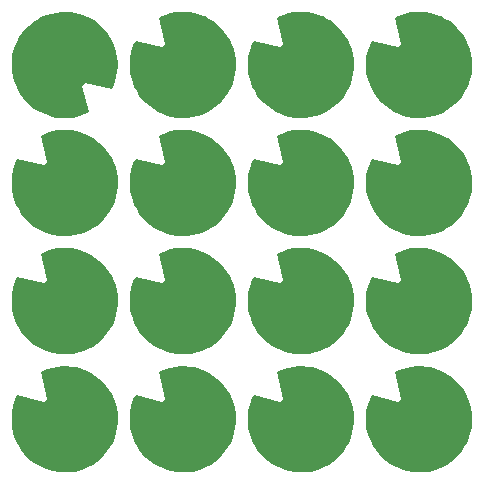
<source format=gts>
%TF.GenerationSoftware,KiCad,Pcbnew,8.0.8*%
%TF.CreationDate,2025-02-13T16:24:07+00:00*%
%TF.ProjectId,ec30_4x4_jacplane_0.1,65633330-5f34-4783-945f-6a6163706c61,v0.1*%
%TF.SameCoordinates,PX8b3c880PY623a7c0*%
%TF.FileFunction,Soldermask,Top*%
%TF.FilePolarity,Negative*%
%FSLAX46Y46*%
G04 Gerber Fmt 4.6, Leading zero omitted, Abs format (unit mm)*
G04 Created by KiCad (PCBNEW 8.0.8) date 2025-02-13 16:24:07*
%MOMM*%
%LPD*%
G01*
G04 APERTURE LIST*
%ADD10C,0.000000*%
%ADD11C,2.930000*%
G04 APERTURE END LIST*
D10*
%TO.C,J11*%
G36*
X5629144Y-538389D02*
G01*
X6046302Y-617415D01*
X6454170Y-735356D01*
X6849125Y-891164D01*
X7227662Y-1083455D01*
X7586418Y-1310523D01*
X7922209Y-1570350D01*
X8232052Y-1860631D01*
X8513198Y-2178787D01*
X8763148Y-2521993D01*
X8979685Y-2887202D01*
X9160884Y-3271172D01*
X9305138Y-3670492D01*
X9411165Y-4081618D01*
X9478024Y-4500898D01*
X9505122Y-4924609D01*
X9492217Y-5348990D01*
X9439424Y-5770273D01*
X9347212Y-6184715D01*
X9216400Y-6588639D01*
X9048150Y-6978456D01*
X8843954Y-7350706D01*
X8605627Y-7702084D01*
X8335285Y-8029468D01*
X8035327Y-8329954D01*
X7708418Y-8600871D01*
X7357460Y-8839815D01*
X6985570Y-9044665D01*
X6596049Y-9213600D01*
X6192356Y-9345122D01*
X5778076Y-9438062D01*
X5356887Y-9491595D01*
X4932529Y-9505246D01*
X4508771Y-9478894D01*
X4089374Y-9412772D01*
X3678063Y-9307467D01*
X3278489Y-9163916D01*
X2894202Y-8983391D01*
X2528613Y-8767497D01*
X2184967Y-8518150D01*
X1866318Y-8237565D01*
X1575493Y-7928232D01*
X1315076Y-7592898D01*
X1087378Y-7234541D01*
X894421Y-6856344D01*
X737920Y-6461663D01*
X619262Y-6054003D01*
X539503Y-5636985D01*
X499349Y-5214311D01*
X499158Y-4789733D01*
X538932Y-4367023D01*
X618317Y-3949933D01*
X736608Y-3542167D01*
X892755Y-3147346D01*
X1000000Y-2950000D01*
X3250000Y-3500000D01*
X3500000Y-3250000D01*
X2950000Y-1000000D01*
X3140130Y-896017D01*
X3534677Y-739176D01*
X3942234Y-620168D01*
X4359184Y-540051D01*
X4781823Y-499534D01*
X5206400Y-498978D01*
X5629144Y-538389D01*
G37*
%TO.C,J1*%
G36*
X-14508771Y19478894D02*
G01*
X-14089374Y19412772D01*
X-13678063Y19307467D01*
X-13278489Y19163916D01*
X-12894202Y18983391D01*
X-12528613Y18767497D01*
X-12184967Y18518150D01*
X-11866318Y18237565D01*
X-11575493Y17928232D01*
X-11315076Y17592898D01*
X-11087378Y17234541D01*
X-10894421Y16856344D01*
X-10737920Y16461663D01*
X-10619262Y16054003D01*
X-10539503Y15636985D01*
X-10499349Y15214311D01*
X-10499158Y14789733D01*
X-10538932Y14367023D01*
X-10618317Y13949933D01*
X-10736608Y13542167D01*
X-10892755Y13147346D01*
X-11000000Y12950000D01*
X-13250000Y13500000D01*
X-13500000Y13250000D01*
X-12950000Y11000000D01*
X-13140130Y10896017D01*
X-13534677Y10739176D01*
X-13942234Y10620168D01*
X-14359184Y10540051D01*
X-14781823Y10499534D01*
X-15206400Y10498978D01*
X-15629144Y10538389D01*
X-16046302Y10617415D01*
X-16454170Y10735356D01*
X-16849125Y10891164D01*
X-17227662Y11083455D01*
X-17586418Y11310523D01*
X-17922209Y11570350D01*
X-18232052Y11860631D01*
X-18513198Y12178787D01*
X-18763148Y12521993D01*
X-18979685Y12887202D01*
X-19160884Y13271172D01*
X-19305138Y13670492D01*
X-19411165Y14081618D01*
X-19478024Y14500898D01*
X-19505122Y14924609D01*
X-19492217Y15348990D01*
X-19439424Y15770273D01*
X-19347212Y16184715D01*
X-19216400Y16588639D01*
X-19048150Y16978456D01*
X-18843954Y17350706D01*
X-18605627Y17702084D01*
X-18335285Y18029468D01*
X-18035327Y18329954D01*
X-17708418Y18600871D01*
X-17357460Y18839815D01*
X-16985570Y19044665D01*
X-16596049Y19213600D01*
X-16192356Y19345122D01*
X-15778076Y19438062D01*
X-15356887Y19491595D01*
X-14932529Y19505246D01*
X-14508771Y19478894D01*
G37*
%TO.C,J10*%
G36*
X-4370856Y-538389D02*
G01*
X-3953698Y-617415D01*
X-3545830Y-735356D01*
X-3150875Y-891164D01*
X-2772338Y-1083455D01*
X-2413582Y-1310523D01*
X-2077791Y-1570350D01*
X-1767948Y-1860631D01*
X-1486802Y-2178787D01*
X-1236852Y-2521993D01*
X-1020315Y-2887202D01*
X-839116Y-3271172D01*
X-694862Y-3670492D01*
X-588835Y-4081618D01*
X-521976Y-4500898D01*
X-494878Y-4924609D01*
X-507783Y-5348990D01*
X-560576Y-5770273D01*
X-652788Y-6184715D01*
X-783600Y-6588639D01*
X-951850Y-6978456D01*
X-1156046Y-7350706D01*
X-1394373Y-7702084D01*
X-1664715Y-8029468D01*
X-1964673Y-8329954D01*
X-2291582Y-8600871D01*
X-2642540Y-8839815D01*
X-3014430Y-9044665D01*
X-3403951Y-9213600D01*
X-3807644Y-9345122D01*
X-4221924Y-9438062D01*
X-4643113Y-9491595D01*
X-5067471Y-9505246D01*
X-5491229Y-9478894D01*
X-5910626Y-9412772D01*
X-6321937Y-9307467D01*
X-6721511Y-9163916D01*
X-7105798Y-8983391D01*
X-7471387Y-8767497D01*
X-7815033Y-8518150D01*
X-8133682Y-8237565D01*
X-8424507Y-7928232D01*
X-8684924Y-7592898D01*
X-8912622Y-7234541D01*
X-9105579Y-6856344D01*
X-9262080Y-6461663D01*
X-9380738Y-6054003D01*
X-9460497Y-5636985D01*
X-9500651Y-5214311D01*
X-9500842Y-4789733D01*
X-9461068Y-4367023D01*
X-9381683Y-3949933D01*
X-9263392Y-3542167D01*
X-9107245Y-3147346D01*
X-9000000Y-2950000D01*
X-6750000Y-3500000D01*
X-6500000Y-3250000D01*
X-7050000Y-1000000D01*
X-6859870Y-896017D01*
X-6465323Y-739176D01*
X-6057766Y-620168D01*
X-5640816Y-540051D01*
X-5218177Y-499534D01*
X-4793600Y-498978D01*
X-4370856Y-538389D01*
G37*
%TO.C,J6*%
G36*
X-4370856Y9461611D02*
G01*
X-3953698Y9382585D01*
X-3545830Y9264644D01*
X-3150875Y9108836D01*
X-2772338Y8916545D01*
X-2413582Y8689477D01*
X-2077791Y8429650D01*
X-1767948Y8139369D01*
X-1486802Y7821213D01*
X-1236852Y7478007D01*
X-1020315Y7112798D01*
X-839116Y6728828D01*
X-694862Y6329508D01*
X-588835Y5918382D01*
X-521976Y5499102D01*
X-494878Y5075391D01*
X-507783Y4651010D01*
X-560576Y4229727D01*
X-652788Y3815285D01*
X-783600Y3411361D01*
X-951850Y3021544D01*
X-1156046Y2649294D01*
X-1394373Y2297916D01*
X-1664715Y1970532D01*
X-1964673Y1670046D01*
X-2291582Y1399129D01*
X-2642540Y1160185D01*
X-3014430Y955335D01*
X-3403951Y786400D01*
X-3807644Y654878D01*
X-4221924Y561938D01*
X-4643113Y508405D01*
X-5067471Y494754D01*
X-5491229Y521106D01*
X-5910626Y587228D01*
X-6321937Y692533D01*
X-6721511Y836084D01*
X-7105798Y1016609D01*
X-7471387Y1232503D01*
X-7815033Y1481850D01*
X-8133682Y1762435D01*
X-8424507Y2071768D01*
X-8684924Y2407102D01*
X-8912622Y2765459D01*
X-9105579Y3143656D01*
X-9262080Y3538337D01*
X-9380738Y3945997D01*
X-9460497Y4363015D01*
X-9500651Y4785689D01*
X-9500842Y5210267D01*
X-9461068Y5632977D01*
X-9381683Y6050067D01*
X-9263392Y6457833D01*
X-9107245Y6852654D01*
X-9000000Y7050000D01*
X-6750000Y6500000D01*
X-6500000Y6750000D01*
X-7050000Y9000000D01*
X-6859870Y9103983D01*
X-6465323Y9260824D01*
X-6057766Y9379832D01*
X-5640816Y9459949D01*
X-5218177Y9500466D01*
X-4793600Y9501022D01*
X-4370856Y9461611D01*
G37*
%TO.C,J16*%
G36*
X15629144Y-10538389D02*
G01*
X16046302Y-10617415D01*
X16454170Y-10735356D01*
X16849125Y-10891164D01*
X17227662Y-11083455D01*
X17586418Y-11310523D01*
X17922209Y-11570350D01*
X18232052Y-11860631D01*
X18513198Y-12178787D01*
X18763148Y-12521993D01*
X18979685Y-12887202D01*
X19160884Y-13271172D01*
X19305138Y-13670492D01*
X19411165Y-14081618D01*
X19478024Y-14500898D01*
X19505122Y-14924609D01*
X19492217Y-15348990D01*
X19439424Y-15770273D01*
X19347212Y-16184715D01*
X19216400Y-16588639D01*
X19048150Y-16978456D01*
X18843954Y-17350706D01*
X18605627Y-17702084D01*
X18335285Y-18029468D01*
X18035327Y-18329954D01*
X17708418Y-18600871D01*
X17357460Y-18839815D01*
X16985570Y-19044665D01*
X16596049Y-19213600D01*
X16192356Y-19345122D01*
X15778076Y-19438062D01*
X15356887Y-19491595D01*
X14932529Y-19505246D01*
X14508771Y-19478894D01*
X14089374Y-19412772D01*
X13678063Y-19307467D01*
X13278489Y-19163916D01*
X12894202Y-18983391D01*
X12528613Y-18767497D01*
X12184967Y-18518150D01*
X11866318Y-18237565D01*
X11575493Y-17928232D01*
X11315076Y-17592898D01*
X11087378Y-17234541D01*
X10894421Y-16856344D01*
X10737920Y-16461663D01*
X10619262Y-16054003D01*
X10539503Y-15636985D01*
X10499349Y-15214311D01*
X10499158Y-14789733D01*
X10538932Y-14367023D01*
X10618317Y-13949933D01*
X10736608Y-13542167D01*
X10892755Y-13147346D01*
X11000000Y-12950000D01*
X13250000Y-13500000D01*
X13500000Y-13250000D01*
X12950000Y-11000000D01*
X13140130Y-10896017D01*
X13534677Y-10739176D01*
X13942234Y-10620168D01*
X14359184Y-10540051D01*
X14781823Y-10499534D01*
X15206400Y-10498978D01*
X15629144Y-10538389D01*
G37*
%TO.C,J14*%
G36*
X-4370856Y-10538389D02*
G01*
X-3953698Y-10617415D01*
X-3545830Y-10735356D01*
X-3150875Y-10891164D01*
X-2772338Y-11083455D01*
X-2413582Y-11310523D01*
X-2077791Y-11570350D01*
X-1767948Y-11860631D01*
X-1486802Y-12178787D01*
X-1236852Y-12521993D01*
X-1020315Y-12887202D01*
X-839116Y-13271172D01*
X-694862Y-13670492D01*
X-588835Y-14081618D01*
X-521976Y-14500898D01*
X-494878Y-14924609D01*
X-507783Y-15348990D01*
X-560576Y-15770273D01*
X-652788Y-16184715D01*
X-783600Y-16588639D01*
X-951850Y-16978456D01*
X-1156046Y-17350706D01*
X-1394373Y-17702084D01*
X-1664715Y-18029468D01*
X-1964673Y-18329954D01*
X-2291582Y-18600871D01*
X-2642540Y-18839815D01*
X-3014430Y-19044665D01*
X-3403951Y-19213600D01*
X-3807644Y-19345122D01*
X-4221924Y-19438062D01*
X-4643113Y-19491595D01*
X-5067471Y-19505246D01*
X-5491229Y-19478894D01*
X-5910626Y-19412772D01*
X-6321937Y-19307467D01*
X-6721511Y-19163916D01*
X-7105798Y-18983391D01*
X-7471387Y-18767497D01*
X-7815033Y-18518150D01*
X-8133682Y-18237565D01*
X-8424507Y-17928232D01*
X-8684924Y-17592898D01*
X-8912622Y-17234541D01*
X-9105579Y-16856344D01*
X-9262080Y-16461663D01*
X-9380738Y-16054003D01*
X-9460497Y-15636985D01*
X-9500651Y-15214311D01*
X-9500842Y-14789733D01*
X-9461068Y-14367023D01*
X-9381683Y-13949933D01*
X-9263392Y-13542167D01*
X-9107245Y-13147346D01*
X-9000000Y-12950000D01*
X-6750000Y-13500000D01*
X-6500000Y-13250000D01*
X-7050000Y-11000000D01*
X-6859870Y-10896017D01*
X-6465323Y-10739176D01*
X-6057766Y-10620168D01*
X-5640816Y-10540051D01*
X-5218177Y-10499534D01*
X-4793600Y-10498978D01*
X-4370856Y-10538389D01*
G37*
%TO.C,J2*%
G36*
X-4370856Y19461611D02*
G01*
X-3953698Y19382585D01*
X-3545830Y19264644D01*
X-3150875Y19108836D01*
X-2772338Y18916545D01*
X-2413582Y18689477D01*
X-2077791Y18429650D01*
X-1767948Y18139369D01*
X-1486802Y17821213D01*
X-1236852Y17478007D01*
X-1020315Y17112798D01*
X-839116Y16728828D01*
X-694862Y16329508D01*
X-588835Y15918382D01*
X-521976Y15499102D01*
X-494878Y15075391D01*
X-507783Y14651010D01*
X-560576Y14229727D01*
X-652788Y13815285D01*
X-783600Y13411361D01*
X-951850Y13021544D01*
X-1156046Y12649294D01*
X-1394373Y12297916D01*
X-1664715Y11970532D01*
X-1964673Y11670046D01*
X-2291582Y11399129D01*
X-2642540Y11160185D01*
X-3014430Y10955335D01*
X-3403951Y10786400D01*
X-3807644Y10654878D01*
X-4221924Y10561938D01*
X-4643113Y10508405D01*
X-5067471Y10494754D01*
X-5491229Y10521106D01*
X-5910626Y10587228D01*
X-6321937Y10692533D01*
X-6721511Y10836084D01*
X-7105798Y11016609D01*
X-7471387Y11232503D01*
X-7815033Y11481850D01*
X-8133682Y11762435D01*
X-8424507Y12071768D01*
X-8684924Y12407102D01*
X-8912622Y12765459D01*
X-9105579Y13143656D01*
X-9262080Y13538337D01*
X-9380738Y13945997D01*
X-9460497Y14363015D01*
X-9500651Y14785689D01*
X-9500842Y15210267D01*
X-9461068Y15632977D01*
X-9381683Y16050067D01*
X-9263392Y16457833D01*
X-9107245Y16852654D01*
X-9000000Y17050000D01*
X-6750000Y16500000D01*
X-6500000Y16750000D01*
X-7050000Y19000000D01*
X-6859870Y19103983D01*
X-6465323Y19260824D01*
X-6057766Y19379832D01*
X-5640816Y19459949D01*
X-5218177Y19500466D01*
X-4793600Y19501022D01*
X-4370856Y19461611D01*
G37*
%TO.C,J8*%
G36*
X15629144Y9461611D02*
G01*
X16046302Y9382585D01*
X16454170Y9264644D01*
X16849125Y9108836D01*
X17227662Y8916545D01*
X17586418Y8689477D01*
X17922209Y8429650D01*
X18232052Y8139369D01*
X18513198Y7821213D01*
X18763148Y7478007D01*
X18979685Y7112798D01*
X19160884Y6728828D01*
X19305138Y6329508D01*
X19411165Y5918382D01*
X19478024Y5499102D01*
X19505122Y5075391D01*
X19492217Y4651010D01*
X19439424Y4229727D01*
X19347212Y3815285D01*
X19216400Y3411361D01*
X19048150Y3021544D01*
X18843954Y2649294D01*
X18605627Y2297916D01*
X18335285Y1970532D01*
X18035327Y1670046D01*
X17708418Y1399129D01*
X17357460Y1160185D01*
X16985570Y955335D01*
X16596049Y786400D01*
X16192356Y654878D01*
X15778076Y561938D01*
X15356887Y508405D01*
X14932529Y494754D01*
X14508771Y521106D01*
X14089374Y587228D01*
X13678063Y692533D01*
X13278489Y836084D01*
X12894202Y1016609D01*
X12528613Y1232503D01*
X12184967Y1481850D01*
X11866318Y1762435D01*
X11575493Y2071768D01*
X11315076Y2407102D01*
X11087378Y2765459D01*
X10894421Y3143656D01*
X10737920Y3538337D01*
X10619262Y3945997D01*
X10539503Y4363015D01*
X10499349Y4785689D01*
X10499158Y5210267D01*
X10538932Y5632977D01*
X10618317Y6050067D01*
X10736608Y6457833D01*
X10892755Y6852654D01*
X11000000Y7050000D01*
X13250000Y6500000D01*
X13500000Y6750000D01*
X12950000Y9000000D01*
X13140130Y9103983D01*
X13534677Y9260824D01*
X13942234Y9379832D01*
X14359184Y9459949D01*
X14781823Y9500466D01*
X15206400Y9501022D01*
X15629144Y9461611D01*
G37*
%TO.C,J3*%
G36*
X5629144Y19461611D02*
G01*
X6046302Y19382585D01*
X6454170Y19264644D01*
X6849125Y19108836D01*
X7227662Y18916545D01*
X7586418Y18689477D01*
X7922209Y18429650D01*
X8232052Y18139369D01*
X8513198Y17821213D01*
X8763148Y17478007D01*
X8979685Y17112798D01*
X9160884Y16728828D01*
X9305138Y16329508D01*
X9411165Y15918382D01*
X9478024Y15499102D01*
X9505122Y15075391D01*
X9492217Y14651010D01*
X9439424Y14229727D01*
X9347212Y13815285D01*
X9216400Y13411361D01*
X9048150Y13021544D01*
X8843954Y12649294D01*
X8605627Y12297916D01*
X8335285Y11970532D01*
X8035327Y11670046D01*
X7708418Y11399129D01*
X7357460Y11160185D01*
X6985570Y10955335D01*
X6596049Y10786400D01*
X6192356Y10654878D01*
X5778076Y10561938D01*
X5356887Y10508405D01*
X4932529Y10494754D01*
X4508771Y10521106D01*
X4089374Y10587228D01*
X3678063Y10692533D01*
X3278489Y10836084D01*
X2894202Y11016609D01*
X2528613Y11232503D01*
X2184967Y11481850D01*
X1866318Y11762435D01*
X1575493Y12071768D01*
X1315076Y12407102D01*
X1087378Y12765459D01*
X894421Y13143656D01*
X737920Y13538337D01*
X619262Y13945997D01*
X539503Y14363015D01*
X499349Y14785689D01*
X499158Y15210267D01*
X538932Y15632977D01*
X618317Y16050067D01*
X736608Y16457833D01*
X892755Y16852654D01*
X1000000Y17050000D01*
X3250000Y16500000D01*
X3500000Y16750000D01*
X2950000Y19000000D01*
X3140130Y19103983D01*
X3534677Y19260824D01*
X3942234Y19379832D01*
X4359184Y19459949D01*
X4781823Y19500466D01*
X5206400Y19501022D01*
X5629144Y19461611D01*
G37*
%TO.C,J4*%
G36*
X15629144Y19461611D02*
G01*
X16046302Y19382585D01*
X16454170Y19264644D01*
X16849125Y19108836D01*
X17227662Y18916545D01*
X17586418Y18689477D01*
X17922209Y18429650D01*
X18232052Y18139369D01*
X18513198Y17821213D01*
X18763148Y17478007D01*
X18979685Y17112798D01*
X19160884Y16728828D01*
X19305138Y16329508D01*
X19411165Y15918382D01*
X19478024Y15499102D01*
X19505122Y15075391D01*
X19492217Y14651010D01*
X19439424Y14229727D01*
X19347212Y13815285D01*
X19216400Y13411361D01*
X19048150Y13021544D01*
X18843954Y12649294D01*
X18605627Y12297916D01*
X18335285Y11970532D01*
X18035327Y11670046D01*
X17708418Y11399129D01*
X17357460Y11160185D01*
X16985570Y10955335D01*
X16596049Y10786400D01*
X16192356Y10654878D01*
X15778076Y10561938D01*
X15356887Y10508405D01*
X14932529Y10494754D01*
X14508771Y10521106D01*
X14089374Y10587228D01*
X13678063Y10692533D01*
X13278489Y10836084D01*
X12894202Y11016609D01*
X12528613Y11232503D01*
X12184967Y11481850D01*
X11866318Y11762435D01*
X11575493Y12071768D01*
X11315076Y12407102D01*
X11087378Y12765459D01*
X10894421Y13143656D01*
X10737920Y13538337D01*
X10619262Y13945997D01*
X10539503Y14363015D01*
X10499349Y14785689D01*
X10499158Y15210267D01*
X10538932Y15632977D01*
X10618317Y16050067D01*
X10736608Y16457833D01*
X10892755Y16852654D01*
X11000000Y17050000D01*
X13250000Y16500000D01*
X13500000Y16750000D01*
X12950000Y19000000D01*
X13140130Y19103983D01*
X13534677Y19260824D01*
X13942234Y19379832D01*
X14359184Y19459949D01*
X14781823Y19500466D01*
X15206400Y19501022D01*
X15629144Y19461611D01*
G37*
%TO.C,J13*%
G36*
X-14370856Y-10538389D02*
G01*
X-13953698Y-10617415D01*
X-13545830Y-10735356D01*
X-13150875Y-10891164D01*
X-12772338Y-11083455D01*
X-12413582Y-11310523D01*
X-12077791Y-11570350D01*
X-11767948Y-11860631D01*
X-11486802Y-12178787D01*
X-11236852Y-12521993D01*
X-11020315Y-12887202D01*
X-10839116Y-13271172D01*
X-10694862Y-13670492D01*
X-10588835Y-14081618D01*
X-10521976Y-14500898D01*
X-10494878Y-14924609D01*
X-10507783Y-15348990D01*
X-10560576Y-15770273D01*
X-10652788Y-16184715D01*
X-10783600Y-16588639D01*
X-10951850Y-16978456D01*
X-11156046Y-17350706D01*
X-11394373Y-17702084D01*
X-11664715Y-18029468D01*
X-11964673Y-18329954D01*
X-12291582Y-18600871D01*
X-12642540Y-18839815D01*
X-13014430Y-19044665D01*
X-13403951Y-19213600D01*
X-13807644Y-19345122D01*
X-14221924Y-19438062D01*
X-14643113Y-19491595D01*
X-15067471Y-19505246D01*
X-15491229Y-19478894D01*
X-15910626Y-19412772D01*
X-16321937Y-19307467D01*
X-16721511Y-19163916D01*
X-17105798Y-18983391D01*
X-17471387Y-18767497D01*
X-17815033Y-18518150D01*
X-18133682Y-18237565D01*
X-18424507Y-17928232D01*
X-18684924Y-17592898D01*
X-18912622Y-17234541D01*
X-19105579Y-16856344D01*
X-19262080Y-16461663D01*
X-19380738Y-16054003D01*
X-19460497Y-15636985D01*
X-19500651Y-15214311D01*
X-19500842Y-14789733D01*
X-19461068Y-14367023D01*
X-19381683Y-13949933D01*
X-19263392Y-13542167D01*
X-19107245Y-13147346D01*
X-19000000Y-12950000D01*
X-16750000Y-13500000D01*
X-16500000Y-13250000D01*
X-17050000Y-11000000D01*
X-16859870Y-10896017D01*
X-16465323Y-10739176D01*
X-16057766Y-10620168D01*
X-15640816Y-10540051D01*
X-15218177Y-10499534D01*
X-14793600Y-10498978D01*
X-14370856Y-10538389D01*
G37*
%TO.C,J7*%
G36*
X5629144Y9461611D02*
G01*
X6046302Y9382585D01*
X6454170Y9264644D01*
X6849125Y9108836D01*
X7227662Y8916545D01*
X7586418Y8689477D01*
X7922209Y8429650D01*
X8232052Y8139369D01*
X8513198Y7821213D01*
X8763148Y7478007D01*
X8979685Y7112798D01*
X9160884Y6728828D01*
X9305138Y6329508D01*
X9411165Y5918382D01*
X9478024Y5499102D01*
X9505122Y5075391D01*
X9492217Y4651010D01*
X9439424Y4229727D01*
X9347212Y3815285D01*
X9216400Y3411361D01*
X9048150Y3021544D01*
X8843954Y2649294D01*
X8605627Y2297916D01*
X8335285Y1970532D01*
X8035327Y1670046D01*
X7708418Y1399129D01*
X7357460Y1160185D01*
X6985570Y955335D01*
X6596049Y786400D01*
X6192356Y654878D01*
X5778076Y561938D01*
X5356887Y508405D01*
X4932529Y494754D01*
X4508771Y521106D01*
X4089374Y587228D01*
X3678063Y692533D01*
X3278489Y836084D01*
X2894202Y1016609D01*
X2528613Y1232503D01*
X2184967Y1481850D01*
X1866318Y1762435D01*
X1575493Y2071768D01*
X1315076Y2407102D01*
X1087378Y2765459D01*
X894421Y3143656D01*
X737920Y3538337D01*
X619262Y3945997D01*
X539503Y4363015D01*
X499349Y4785689D01*
X499158Y5210267D01*
X538932Y5632977D01*
X618317Y6050067D01*
X736608Y6457833D01*
X892755Y6852654D01*
X1000000Y7050000D01*
X3250000Y6500000D01*
X3500000Y6750000D01*
X2950000Y9000000D01*
X3140130Y9103983D01*
X3534677Y9260824D01*
X3942234Y9379832D01*
X4359184Y9459949D01*
X4781823Y9500466D01*
X5206400Y9501022D01*
X5629144Y9461611D01*
G37*
%TO.C,J15*%
G36*
X5629144Y-10538389D02*
G01*
X6046302Y-10617415D01*
X6454170Y-10735356D01*
X6849125Y-10891164D01*
X7227662Y-11083455D01*
X7586418Y-11310523D01*
X7922209Y-11570350D01*
X8232052Y-11860631D01*
X8513198Y-12178787D01*
X8763148Y-12521993D01*
X8979685Y-12887202D01*
X9160884Y-13271172D01*
X9305138Y-13670492D01*
X9411165Y-14081618D01*
X9478024Y-14500898D01*
X9505122Y-14924609D01*
X9492217Y-15348990D01*
X9439424Y-15770273D01*
X9347212Y-16184715D01*
X9216400Y-16588639D01*
X9048150Y-16978456D01*
X8843954Y-17350706D01*
X8605627Y-17702084D01*
X8335285Y-18029468D01*
X8035327Y-18329954D01*
X7708418Y-18600871D01*
X7357460Y-18839815D01*
X6985570Y-19044665D01*
X6596049Y-19213600D01*
X6192356Y-19345122D01*
X5778076Y-19438062D01*
X5356887Y-19491595D01*
X4932529Y-19505246D01*
X4508771Y-19478894D01*
X4089374Y-19412772D01*
X3678063Y-19307467D01*
X3278489Y-19163916D01*
X2894202Y-18983391D01*
X2528613Y-18767497D01*
X2184967Y-18518150D01*
X1866318Y-18237565D01*
X1575493Y-17928232D01*
X1315076Y-17592898D01*
X1087378Y-17234541D01*
X894421Y-16856344D01*
X737920Y-16461663D01*
X619262Y-16054003D01*
X539503Y-15636985D01*
X499349Y-15214311D01*
X499158Y-14789733D01*
X538932Y-14367023D01*
X618317Y-13949933D01*
X736608Y-13542167D01*
X892755Y-13147346D01*
X1000000Y-12950000D01*
X3250000Y-13500000D01*
X3500000Y-13250000D01*
X2950000Y-11000000D01*
X3140130Y-10896017D01*
X3534677Y-10739176D01*
X3942234Y-10620168D01*
X4359184Y-10540051D01*
X4781823Y-10499534D01*
X5206400Y-10498978D01*
X5629144Y-10538389D01*
G37*
%TO.C,J9*%
G36*
X-14370856Y-538389D02*
G01*
X-13953698Y-617415D01*
X-13545830Y-735356D01*
X-13150875Y-891164D01*
X-12772338Y-1083455D01*
X-12413582Y-1310523D01*
X-12077791Y-1570350D01*
X-11767948Y-1860631D01*
X-11486802Y-2178787D01*
X-11236852Y-2521993D01*
X-11020315Y-2887202D01*
X-10839116Y-3271172D01*
X-10694862Y-3670492D01*
X-10588835Y-4081618D01*
X-10521976Y-4500898D01*
X-10494878Y-4924609D01*
X-10507783Y-5348990D01*
X-10560576Y-5770273D01*
X-10652788Y-6184715D01*
X-10783600Y-6588639D01*
X-10951850Y-6978456D01*
X-11156046Y-7350706D01*
X-11394373Y-7702084D01*
X-11664715Y-8029468D01*
X-11964673Y-8329954D01*
X-12291582Y-8600871D01*
X-12642540Y-8839815D01*
X-13014430Y-9044665D01*
X-13403951Y-9213600D01*
X-13807644Y-9345122D01*
X-14221924Y-9438062D01*
X-14643113Y-9491595D01*
X-15067471Y-9505246D01*
X-15491229Y-9478894D01*
X-15910626Y-9412772D01*
X-16321937Y-9307467D01*
X-16721511Y-9163916D01*
X-17105798Y-8983391D01*
X-17471387Y-8767497D01*
X-17815033Y-8518150D01*
X-18133682Y-8237565D01*
X-18424507Y-7928232D01*
X-18684924Y-7592898D01*
X-18912622Y-7234541D01*
X-19105579Y-6856344D01*
X-19262080Y-6461663D01*
X-19380738Y-6054003D01*
X-19460497Y-5636985D01*
X-19500651Y-5214311D01*
X-19500842Y-4789733D01*
X-19461068Y-4367023D01*
X-19381683Y-3949933D01*
X-19263392Y-3542167D01*
X-19107245Y-3147346D01*
X-19000000Y-2950000D01*
X-16750000Y-3500000D01*
X-16500000Y-3250000D01*
X-17050000Y-1000000D01*
X-16859870Y-896017D01*
X-16465323Y-739176D01*
X-16057766Y-620168D01*
X-15640816Y-540051D01*
X-15218177Y-499534D01*
X-14793600Y-498978D01*
X-14370856Y-538389D01*
G37*
%TO.C,J12*%
G36*
X15629144Y-538389D02*
G01*
X16046302Y-617415D01*
X16454170Y-735356D01*
X16849125Y-891164D01*
X17227662Y-1083455D01*
X17586418Y-1310523D01*
X17922209Y-1570350D01*
X18232052Y-1860631D01*
X18513198Y-2178787D01*
X18763148Y-2521993D01*
X18979685Y-2887202D01*
X19160884Y-3271172D01*
X19305138Y-3670492D01*
X19411165Y-4081618D01*
X19478024Y-4500898D01*
X19505122Y-4924609D01*
X19492217Y-5348990D01*
X19439424Y-5770273D01*
X19347212Y-6184715D01*
X19216400Y-6588639D01*
X19048150Y-6978456D01*
X18843954Y-7350706D01*
X18605627Y-7702084D01*
X18335285Y-8029468D01*
X18035327Y-8329954D01*
X17708418Y-8600871D01*
X17357460Y-8839815D01*
X16985570Y-9044665D01*
X16596049Y-9213600D01*
X16192356Y-9345122D01*
X15778076Y-9438062D01*
X15356887Y-9491595D01*
X14932529Y-9505246D01*
X14508771Y-9478894D01*
X14089374Y-9412772D01*
X13678063Y-9307467D01*
X13278489Y-9163916D01*
X12894202Y-8983391D01*
X12528613Y-8767497D01*
X12184967Y-8518150D01*
X11866318Y-8237565D01*
X11575493Y-7928232D01*
X11315076Y-7592898D01*
X11087378Y-7234541D01*
X10894421Y-6856344D01*
X10737920Y-6461663D01*
X10619262Y-6054003D01*
X10539503Y-5636985D01*
X10499349Y-5214311D01*
X10499158Y-4789733D01*
X10538932Y-4367023D01*
X10618317Y-3949933D01*
X10736608Y-3542167D01*
X10892755Y-3147346D01*
X11000000Y-2950000D01*
X13250000Y-3500000D01*
X13500000Y-3250000D01*
X12950000Y-1000000D01*
X13140130Y-896017D01*
X13534677Y-739176D01*
X13942234Y-620168D01*
X14359184Y-540051D01*
X14781823Y-499534D01*
X15206400Y-498978D01*
X15629144Y-538389D01*
G37*
%TO.C,J5*%
G36*
X-14370856Y9461611D02*
G01*
X-13953698Y9382585D01*
X-13545830Y9264644D01*
X-13150875Y9108836D01*
X-12772338Y8916545D01*
X-12413582Y8689477D01*
X-12077791Y8429650D01*
X-11767948Y8139369D01*
X-11486802Y7821213D01*
X-11236852Y7478007D01*
X-11020315Y7112798D01*
X-10839116Y6728828D01*
X-10694862Y6329508D01*
X-10588835Y5918382D01*
X-10521976Y5499102D01*
X-10494878Y5075391D01*
X-10507783Y4651010D01*
X-10560576Y4229727D01*
X-10652788Y3815285D01*
X-10783600Y3411361D01*
X-10951850Y3021544D01*
X-11156046Y2649294D01*
X-11394373Y2297916D01*
X-11664715Y1970532D01*
X-11964673Y1670046D01*
X-12291582Y1399129D01*
X-12642540Y1160185D01*
X-13014430Y955335D01*
X-13403951Y786400D01*
X-13807644Y654878D01*
X-14221924Y561938D01*
X-14643113Y508405D01*
X-15067471Y494754D01*
X-15491229Y521106D01*
X-15910626Y587228D01*
X-16321937Y692533D01*
X-16721511Y836084D01*
X-17105798Y1016609D01*
X-17471387Y1232503D01*
X-17815033Y1481850D01*
X-18133682Y1762435D01*
X-18424507Y2071768D01*
X-18684924Y2407102D01*
X-18912622Y2765459D01*
X-19105579Y3143656D01*
X-19262080Y3538337D01*
X-19380738Y3945997D01*
X-19460497Y4363015D01*
X-19500651Y4785689D01*
X-19500842Y5210267D01*
X-19461068Y5632977D01*
X-19381683Y6050067D01*
X-19263392Y6457833D01*
X-19107245Y6852654D01*
X-19000000Y7050000D01*
X-16750000Y6500000D01*
X-16500000Y6750000D01*
X-17050000Y9000000D01*
X-16859870Y9103983D01*
X-16465323Y9260824D01*
X-16057766Y9379832D01*
X-15640816Y9459949D01*
X-15218177Y9500466D01*
X-14793600Y9501022D01*
X-14370856Y9461611D01*
G37*
%TD*%
D11*
%TO.C,J11*%
X5000000Y-5000000D03*
%TD*%
%TO.C,J1*%
X-15000000Y15000000D03*
%TD*%
%TO.C,J10*%
X-5000000Y-5000000D03*
%TD*%
%TO.C,J6*%
X-5000000Y5000000D03*
%TD*%
%TO.C,J16*%
X15000000Y-15000000D03*
%TD*%
%TO.C,J14*%
X-5000000Y-15000000D03*
%TD*%
%TO.C,J2*%
X-5000000Y15000000D03*
%TD*%
%TO.C,J8*%
X15000000Y5000000D03*
%TD*%
%TO.C,J3*%
X5000000Y15000000D03*
%TD*%
%TO.C,J4*%
X15000000Y15000000D03*
%TD*%
%TO.C,J13*%
X-15000000Y-15000000D03*
%TD*%
%TO.C,J7*%
X5000000Y5000000D03*
%TD*%
%TO.C,J15*%
X5000000Y-15000000D03*
%TD*%
%TO.C,J9*%
X-15000000Y-5000000D03*
%TD*%
%TO.C,J12*%
X15000000Y-5000000D03*
%TD*%
%TO.C,J5*%
X-15000000Y5000000D03*
%TD*%
M02*

</source>
